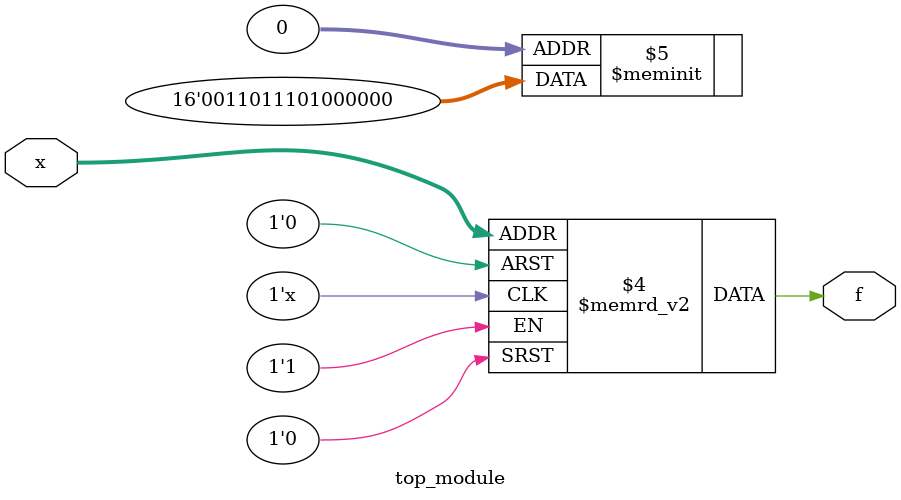
<source format=sv>
module top_module (
    input [4:1] x,
    output logic f
);

    always @(*) begin
        case (x)
            4'b0000: f = 1'b0;  // d but choose to output 0
            4'b0001: f = 1'b0;
            4'b0010: f = 1'b0;  // d but choose to output 0
            4'b0011: f = 1'b0;  // d but choose to output 0
            4'b0100: f = 1'b0;
            4'b0101: f = 1'b0;  // d but choose to output 0
            4'b0110: f = 1'b1;
            4'b0111: f = 1'b0;
            4'b1000: f = 1'b1;
            4'b1001: f = 1'b1;
            4'b1010: f = 1'b1;  // Corrected as per K-map (was 0 before)
            4'b1011: f = 1'b0;  // Corrected as per K-map (was 1 before)
            4'b1100: f = 1'b1;
            4'b1101: f = 1'b1;
            4'b1110: f = 1'b0;  // Corrected as per K-map (was 1 before)
            4'b1111: f = 1'b0;  // Corrected as per K-map (was 1 before)
            default: f = 1'b0;
        endcase
    end

endmodule

</source>
